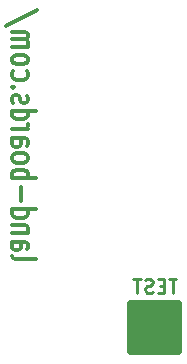
<source format=gbr>
G04 #@! TF.FileFunction,Legend,Bot*
%FSLAX46Y46*%
G04 Gerber Fmt 4.6, Leading zero omitted, Abs format (unit mm)*
G04 Created by KiCad (PCBNEW 4.0.5) date 06/08/17 20:21:41*
%MOMM*%
%LPD*%
G01*
G04 APERTURE LIST*
%ADD10C,0.150000*%
%ADD11C,0.304800*%
%ADD12C,0.650000*%
%ADD13C,0.222250*%
G04 APERTURE END LIST*
D10*
D11*
X99664762Y-90460285D02*
X99761524Y-90605427D01*
X99955048Y-90677999D01*
X101696762Y-90677999D01*
X99664762Y-89226570D02*
X100729143Y-89226570D01*
X100922667Y-89299141D01*
X101019429Y-89444284D01*
X101019429Y-89734570D01*
X100922667Y-89879713D01*
X99761524Y-89226570D02*
X99664762Y-89371713D01*
X99664762Y-89734570D01*
X99761524Y-89879713D01*
X99955048Y-89952284D01*
X100148571Y-89952284D01*
X100342095Y-89879713D01*
X100438857Y-89734570D01*
X100438857Y-89371713D01*
X100535619Y-89226570D01*
X101019429Y-88500856D02*
X99664762Y-88500856D01*
X100825905Y-88500856D02*
X100922667Y-88428284D01*
X101019429Y-88283142D01*
X101019429Y-88065427D01*
X100922667Y-87920284D01*
X100729143Y-87847713D01*
X99664762Y-87847713D01*
X99664762Y-86468856D02*
X101696762Y-86468856D01*
X99761524Y-86468856D02*
X99664762Y-86613999D01*
X99664762Y-86904285D01*
X99761524Y-87049427D01*
X99858286Y-87121999D01*
X100051810Y-87194570D01*
X100632381Y-87194570D01*
X100825905Y-87121999D01*
X100922667Y-87049427D01*
X101019429Y-86904285D01*
X101019429Y-86613999D01*
X100922667Y-86468856D01*
X100438857Y-85743142D02*
X100438857Y-84581999D01*
X99664762Y-83856285D02*
X101696762Y-83856285D01*
X100922667Y-83856285D02*
X101019429Y-83711142D01*
X101019429Y-83420856D01*
X100922667Y-83275713D01*
X100825905Y-83203142D01*
X100632381Y-83130571D01*
X100051810Y-83130571D01*
X99858286Y-83203142D01*
X99761524Y-83275713D01*
X99664762Y-83420856D01*
X99664762Y-83711142D01*
X99761524Y-83856285D01*
X99664762Y-82259714D02*
X99761524Y-82404856D01*
X99858286Y-82477428D01*
X100051810Y-82549999D01*
X100632381Y-82549999D01*
X100825905Y-82477428D01*
X100922667Y-82404856D01*
X101019429Y-82259714D01*
X101019429Y-82041999D01*
X100922667Y-81896856D01*
X100825905Y-81824285D01*
X100632381Y-81751714D01*
X100051810Y-81751714D01*
X99858286Y-81824285D01*
X99761524Y-81896856D01*
X99664762Y-82041999D01*
X99664762Y-82259714D01*
X99664762Y-80445428D02*
X100729143Y-80445428D01*
X100922667Y-80517999D01*
X101019429Y-80663142D01*
X101019429Y-80953428D01*
X100922667Y-81098571D01*
X99761524Y-80445428D02*
X99664762Y-80590571D01*
X99664762Y-80953428D01*
X99761524Y-81098571D01*
X99955048Y-81171142D01*
X100148571Y-81171142D01*
X100342095Y-81098571D01*
X100438857Y-80953428D01*
X100438857Y-80590571D01*
X100535619Y-80445428D01*
X99664762Y-79719714D02*
X101019429Y-79719714D01*
X100632381Y-79719714D02*
X100825905Y-79647142D01*
X100922667Y-79574571D01*
X101019429Y-79429428D01*
X101019429Y-79284285D01*
X99664762Y-78123142D02*
X101696762Y-78123142D01*
X99761524Y-78123142D02*
X99664762Y-78268285D01*
X99664762Y-78558571D01*
X99761524Y-78703713D01*
X99858286Y-78776285D01*
X100051810Y-78848856D01*
X100632381Y-78848856D01*
X100825905Y-78776285D01*
X100922667Y-78703713D01*
X101019429Y-78558571D01*
X101019429Y-78268285D01*
X100922667Y-78123142D01*
X99761524Y-77469999D02*
X99664762Y-77324856D01*
X99664762Y-77034571D01*
X99761524Y-76889428D01*
X99955048Y-76816856D01*
X100051810Y-76816856D01*
X100245333Y-76889428D01*
X100342095Y-77034571D01*
X100342095Y-77252285D01*
X100438857Y-77397428D01*
X100632381Y-77469999D01*
X100729143Y-77469999D01*
X100922667Y-77397428D01*
X101019429Y-77252285D01*
X101019429Y-77034571D01*
X100922667Y-76889428D01*
X99858286Y-76163714D02*
X99761524Y-76091142D01*
X99664762Y-76163714D01*
X99761524Y-76236285D01*
X99858286Y-76163714D01*
X99664762Y-76163714D01*
X99761524Y-74784857D02*
X99664762Y-74930000D01*
X99664762Y-75220286D01*
X99761524Y-75365428D01*
X99858286Y-75438000D01*
X100051810Y-75510571D01*
X100632381Y-75510571D01*
X100825905Y-75438000D01*
X100922667Y-75365428D01*
X101019429Y-75220286D01*
X101019429Y-74930000D01*
X100922667Y-74784857D01*
X99664762Y-73914000D02*
X99761524Y-74059142D01*
X99858286Y-74131714D01*
X100051810Y-74204285D01*
X100632381Y-74204285D01*
X100825905Y-74131714D01*
X100922667Y-74059142D01*
X101019429Y-73914000D01*
X101019429Y-73696285D01*
X100922667Y-73551142D01*
X100825905Y-73478571D01*
X100632381Y-73406000D01*
X100051810Y-73406000D01*
X99858286Y-73478571D01*
X99761524Y-73551142D01*
X99664762Y-73696285D01*
X99664762Y-73914000D01*
X99664762Y-72752857D02*
X101019429Y-72752857D01*
X100825905Y-72752857D02*
X100922667Y-72680285D01*
X101019429Y-72535143D01*
X101019429Y-72317428D01*
X100922667Y-72172285D01*
X100729143Y-72099714D01*
X99664762Y-72099714D01*
X100729143Y-72099714D02*
X100922667Y-72027143D01*
X101019429Y-71882000D01*
X101019429Y-71664285D01*
X100922667Y-71519143D01*
X100729143Y-71446571D01*
X99664762Y-71446571D01*
X101793524Y-69632285D02*
X99180952Y-70938571D01*
D12*
X109760000Y-94520000D02*
X113760000Y-94520000D01*
X113760000Y-94520000D02*
X113760000Y-98520000D01*
X113760000Y-98520000D02*
X109760000Y-98520000D01*
X109760000Y-98520000D02*
X109760000Y-94520000D01*
X109760000Y-94520000D02*
X109760000Y-95020000D01*
X109760000Y-95020000D02*
X113760000Y-95020000D01*
X113760000Y-95020000D02*
X113760000Y-95520000D01*
X113760000Y-95520000D02*
X109760000Y-95520000D01*
X109760000Y-95520000D02*
X109760000Y-96020000D01*
X109760000Y-96020000D02*
X113760000Y-96020000D01*
X113760000Y-96020000D02*
X113760000Y-96520000D01*
X113760000Y-96520000D02*
X109760000Y-96520000D01*
X109760000Y-96520000D02*
X109760000Y-97020000D01*
X109760000Y-97020000D02*
X113260000Y-97020000D01*
X113260000Y-97020000D02*
X113760000Y-97020000D01*
X113760000Y-97020000D02*
X113760000Y-97520000D01*
X113760000Y-97520000D02*
X109760000Y-97520000D01*
X109760000Y-97520000D02*
X109760000Y-98020000D01*
X109760000Y-98020000D02*
X113760000Y-98020000D01*
D13*
X113583357Y-92394071D02*
X112930214Y-92394071D01*
X113256785Y-93537071D02*
X113256785Y-92394071D01*
X112549214Y-92938357D02*
X112168214Y-92938357D01*
X112004928Y-93537071D02*
X112549214Y-93537071D01*
X112549214Y-92394071D01*
X112004928Y-92394071D01*
X111569500Y-93482643D02*
X111406214Y-93537071D01*
X111134071Y-93537071D01*
X111025214Y-93482643D01*
X110970785Y-93428214D01*
X110916357Y-93319357D01*
X110916357Y-93210500D01*
X110970785Y-93101643D01*
X111025214Y-93047214D01*
X111134071Y-92992786D01*
X111351785Y-92938357D01*
X111460643Y-92883929D01*
X111515071Y-92829500D01*
X111569500Y-92720643D01*
X111569500Y-92611786D01*
X111515071Y-92502929D01*
X111460643Y-92448500D01*
X111351785Y-92394071D01*
X111079643Y-92394071D01*
X110916357Y-92448500D01*
X110589786Y-92394071D02*
X109936643Y-92394071D01*
X110263214Y-93537071D02*
X110263214Y-92394071D01*
M02*

</source>
